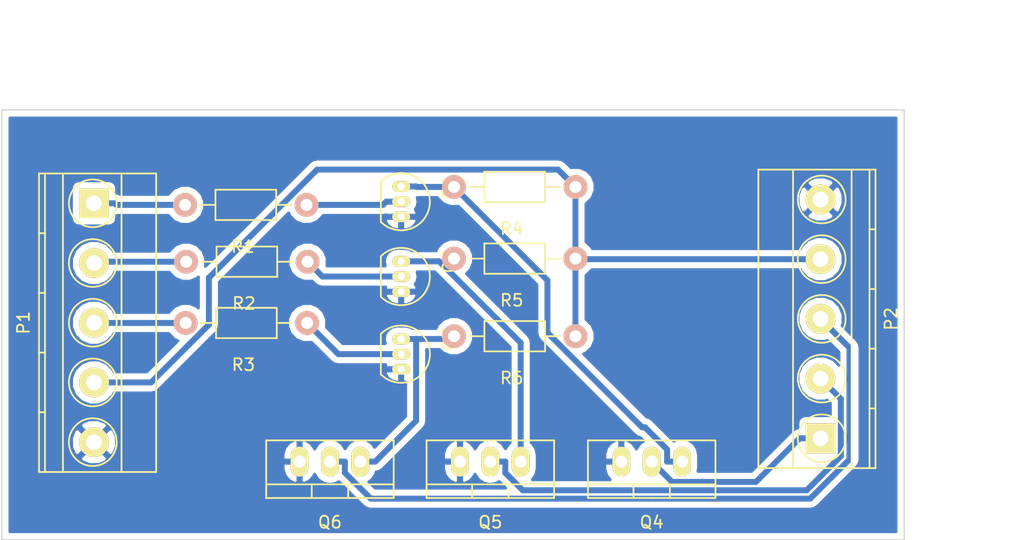
<source format=kicad_pcb>
(kicad_pcb (version 4) (host pcbnew 4.0.1-stable)

  (general
    (links 26)
    (no_connects 0)
    (area 109.949999 69.949999 185.550001 106.050001)
    (thickness 1.6)
    (drawings 6)
    (tracks 64)
    (zones 0)
    (modules 14)
    (nets 15)
  )

  (page A4)
  (layers
    (0 F.Cu signal)
    (31 B.Cu signal)
    (33 F.Adhes user)
    (35 F.Paste user)
    (37 F.SilkS user)
    (39 F.Mask user)
    (40 Dwgs.User user)
    (41 Cmts.User user)
    (42 Eco1.User user)
    (43 Eco2.User user)
    (44 Edge.Cuts user)
    (45 Margin user)
    (47 F.CrtYd user)
    (49 F.Fab user)
  )

  (setup
    (last_trace_width 0.5)
    (trace_clearance 0.2)
    (zone_clearance 0.508)
    (zone_45_only no)
    (trace_min 0.2)
    (segment_width 0.2)
    (edge_width 0.1)
    (via_size 0.6)
    (via_drill 0.4)
    (via_min_size 0.4)
    (via_min_drill 0.3)
    (uvia_size 0.3)
    (uvia_drill 0.1)
    (uvias_allowed no)
    (uvia_min_size 0.2)
    (uvia_min_drill 0.1)
    (pcb_text_width 0.3)
    (pcb_text_size 1.5 1.5)
    (mod_edge_width 0.15)
    (mod_text_size 1 1)
    (mod_text_width 0.15)
    (pad_size 1.5 1.5)
    (pad_drill 0.6)
    (pad_to_mask_clearance 0)
    (aux_axis_origin 0 0)
    (visible_elements 7FFFFFFF)
    (pcbplotparams
      (layerselection 0x00020_80000001)
      (usegerberextensions false)
      (excludeedgelayer true)
      (linewidth 0.100000)
      (plotframeref false)
      (viasonmask false)
      (mode 1)
      (useauxorigin false)
      (hpglpennumber 1)
      (hpglpenspeed 20)
      (hpglpendiameter 15)
      (hpglpenoverlay 2)
      (psnegative false)
      (psa4output false)
      (plotreference true)
      (plotvalue true)
      (plotinvisibletext false)
      (padsonsilk false)
      (subtractmaskfromsilk false)
      (outputformat 1)
      (mirror false)
      (drillshape 0)
      (scaleselection 1)
      (outputdirectory ""))
  )

  (net 0 "")
  (net 1 GND)
  (net 2 12VCD)
  (net 3 B_IN)
  (net 4 R_IN)
  (net 5 G_IN)
  (net 6 B_OUT)
  (net 7 R_OUT)
  (net 8 G_OUT)
  (net 9 "Net-(Q1-Pad2)")
  (net 10 "Net-(Q1-Pad1)")
  (net 11 "Net-(Q2-Pad2)")
  (net 12 "Net-(Q2-Pad1)")
  (net 13 "Net-(Q3-Pad2)")
  (net 14 "Net-(Q3-Pad1)")

  (net_class Default "Este es el tipo de red por defecto."
    (clearance 0.2)
    (trace_width 0.5)
    (via_dia 0.6)
    (via_drill 0.4)
    (uvia_dia 0.3)
    (uvia_drill 0.1)
    (add_net 12VCD)
    (add_net B_IN)
    (add_net B_OUT)
    (add_net GND)
    (add_net G_IN)
    (add_net G_OUT)
    (add_net "Net-(Q1-Pad1)")
    (add_net "Net-(Q1-Pad2)")
    (add_net "Net-(Q2-Pad1)")
    (add_net "Net-(Q2-Pad2)")
    (add_net "Net-(Q3-Pad1)")
    (add_net "Net-(Q3-Pad2)")
    (add_net R_IN)
    (add_net R_OUT)
  )

  (module Terminal_Blocks:TerminalBlock_Pheonix_MKDS1.5-5pol (layer F.Cu) (tedit 5630087B) (tstamp 568D8ECE)
    (at 117.715 77.8229 270)
    (descr "5-way 5mm pitch terminal block, Phoenix MKDS series")
    (path /568D5490)
    (fp_text reference P1 (at 10 5.9 270) (layer F.SilkS)
      (effects (font (size 1 1) (thickness 0.15)))
    )
    (fp_text value INPUT (at 10 -6.6 270) (layer F.Fab)
      (effects (font (size 1 1) (thickness 0.15)))
    )
    (fp_line (start -2.7 4.8) (end 22.7 4.8) (layer F.CrtYd) (width 0.05))
    (fp_line (start -2.7 -5.4) (end -2.7 4.8) (layer F.CrtYd) (width 0.05))
    (fp_line (start 22.7 -5.4) (end -2.7 -5.4) (layer F.CrtYd) (width 0.05))
    (fp_line (start 22.7 4.8) (end 22.7 -5.4) (layer F.CrtYd) (width 0.05))
    (fp_line (start 17.5 4.1) (end 17.5 4.6) (layer F.SilkS) (width 0.15))
    (fp_circle (center 20 0.1) (end 18 0.1) (layer F.SilkS) (width 0.15))
    (fp_line (start 12.5 4.1) (end 12.5 4.6) (layer F.SilkS) (width 0.15))
    (fp_circle (center 15 0.1) (end 13 0.1) (layer F.SilkS) (width 0.15))
    (fp_circle (center 10 0.1) (end 8 0.1) (layer F.SilkS) (width 0.15))
    (fp_line (start 7.5 4.1) (end 7.5 4.6) (layer F.SilkS) (width 0.15))
    (fp_line (start 2.5 4.1) (end 2.5 4.6) (layer F.SilkS) (width 0.15))
    (fp_circle (center 5 0.1) (end 3 0.1) (layer F.SilkS) (width 0.15))
    (fp_circle (center 0 0.1) (end 2 0.1) (layer F.SilkS) (width 0.15))
    (fp_line (start -2.5 2.6) (end 22.5 2.6) (layer F.SilkS) (width 0.15))
    (fp_line (start -2.5 -2.3) (end 22.5 -2.3) (layer F.SilkS) (width 0.15))
    (fp_line (start -2.5 4.1) (end 22.5 4.1) (layer F.SilkS) (width 0.15))
    (fp_line (start -2.5 4.6) (end 22.5 4.6) (layer F.SilkS) (width 0.15))
    (fp_line (start 22.5 4.6) (end 22.5 -5.2) (layer F.SilkS) (width 0.15))
    (fp_line (start 22.5 -5.2) (end -2.5 -5.2) (layer F.SilkS) (width 0.15))
    (fp_line (start -2.5 -5.2) (end -2.5 4.6) (layer F.SilkS) (width 0.15))
    (pad 5 thru_hole circle (at 20 0 270) (size 2.5 2.5) (drill 1.3) (layers *.Cu *.Mask F.SilkS)
      (net 1 GND))
    (pad 4 thru_hole circle (at 15 0 270) (size 2.5 2.5) (drill 1.3) (layers *.Cu *.Mask F.SilkS)
      (net 2 12VCD))
    (pad 3 thru_hole circle (at 10 0 270) (size 2.5 2.5) (drill 1.3) (layers *.Cu *.Mask F.SilkS)
      (net 3 B_IN))
    (pad 1 thru_hole rect (at 0 0 270) (size 2.5 2.5) (drill 1.3) (layers *.Cu *.Mask F.SilkS)
      (net 4 R_IN))
    (pad 2 thru_hole circle (at 5 0 270) (size 2.5 2.5) (drill 1.3) (layers *.Cu *.Mask F.SilkS)
      (net 5 G_IN))
    (model Terminal_Blocks.3dshapes/TerminalBlock_Pheonix_MKDS1.5-5pol.wrl
      (at (xyz 0.3937 0 0))
      (scale (xyz 1 1 1))
      (rotate (xyz 0 0 0))
    )
  )

  (module Terminal_Blocks:TerminalBlock_Pheonix_MKDS1.5-5pol (layer F.Cu) (tedit 5630087B) (tstamp 568D8ED7)
    (at 178.5 97.5 90)
    (descr "5-way 5mm pitch terminal block, Phoenix MKDS series")
    (path /568D5F65)
    (fp_text reference P2 (at 10 5.9 90) (layer F.SilkS)
      (effects (font (size 1 1) (thickness 0.15)))
    )
    (fp_text value OUTPUT (at 10 -6.6 90) (layer F.Fab)
      (effects (font (size 1 1) (thickness 0.15)))
    )
    (fp_line (start -2.7 4.8) (end 22.7 4.8) (layer F.CrtYd) (width 0.05))
    (fp_line (start -2.7 -5.4) (end -2.7 4.8) (layer F.CrtYd) (width 0.05))
    (fp_line (start 22.7 -5.4) (end -2.7 -5.4) (layer F.CrtYd) (width 0.05))
    (fp_line (start 22.7 4.8) (end 22.7 -5.4) (layer F.CrtYd) (width 0.05))
    (fp_line (start 17.5 4.1) (end 17.5 4.6) (layer F.SilkS) (width 0.15))
    (fp_circle (center 20 0.1) (end 18 0.1) (layer F.SilkS) (width 0.15))
    (fp_line (start 12.5 4.1) (end 12.5 4.6) (layer F.SilkS) (width 0.15))
    (fp_circle (center 15 0.1) (end 13 0.1) (layer F.SilkS) (width 0.15))
    (fp_circle (center 10 0.1) (end 8 0.1) (layer F.SilkS) (width 0.15))
    (fp_line (start 7.5 4.1) (end 7.5 4.6) (layer F.SilkS) (width 0.15))
    (fp_line (start 2.5 4.1) (end 2.5 4.6) (layer F.SilkS) (width 0.15))
    (fp_circle (center 5 0.1) (end 3 0.1) (layer F.SilkS) (width 0.15))
    (fp_circle (center 0 0.1) (end 2 0.1) (layer F.SilkS) (width 0.15))
    (fp_line (start -2.5 2.6) (end 22.5 2.6) (layer F.SilkS) (width 0.15))
    (fp_line (start -2.5 -2.3) (end 22.5 -2.3) (layer F.SilkS) (width 0.15))
    (fp_line (start -2.5 4.1) (end 22.5 4.1) (layer F.SilkS) (width 0.15))
    (fp_line (start -2.5 4.6) (end 22.5 4.6) (layer F.SilkS) (width 0.15))
    (fp_line (start 22.5 4.6) (end 22.5 -5.2) (layer F.SilkS) (width 0.15))
    (fp_line (start 22.5 -5.2) (end -2.5 -5.2) (layer F.SilkS) (width 0.15))
    (fp_line (start -2.5 -5.2) (end -2.5 4.6) (layer F.SilkS) (width 0.15))
    (pad 5 thru_hole circle (at 20 0 90) (size 2.5 2.5) (drill 1.3) (layers *.Cu *.Mask F.SilkS)
      (net 1 GND))
    (pad 4 thru_hole circle (at 15 0 90) (size 2.5 2.5) (drill 1.3) (layers *.Cu *.Mask F.SilkS)
      (net 2 12VCD))
    (pad 3 thru_hole circle (at 10 0 90) (size 2.5 2.5) (drill 1.3) (layers *.Cu *.Mask F.SilkS)
      (net 6 B_OUT))
    (pad 1 thru_hole rect (at 0 0 90) (size 2.5 2.5) (drill 1.3) (layers *.Cu *.Mask F.SilkS)
      (net 7 R_OUT))
    (pad 2 thru_hole circle (at 5 0 90) (size 2.5 2.5) (drill 1.3) (layers *.Cu *.Mask F.SilkS)
      (net 8 G_OUT))
    (model Terminal_Blocks.3dshapes/TerminalBlock_Pheonix_MKDS1.5-5pol.wrl
      (at (xyz 0.3937 0 0))
      (scale (xyz 1 1 1))
      (rotate (xyz 0 0 0))
    )
  )

  (module TO_SOT_Packages_THT:TO-92_Inline_Narrow_Oval (layer F.Cu) (tedit 54F24281) (tstamp 568D8EDE)
    (at 143.415 76.4129 270)
    (descr "TO-92 leads in-line, narrow, oval pads, drill 0.6mm (see NXP sot054_po.pdf)")
    (tags "to-92 sc-43 sc-43a sot54 PA33 transistor")
    (path /568D2EA8)
    (fp_text reference Q1 (at 0 -4 270) (layer F.SilkS)
      (effects (font (size 1 1) (thickness 0.15)))
    )
    (fp_text value BC548 (at 0 3 270) (layer F.Fab)
      (effects (font (size 1 1) (thickness 0.15)))
    )
    (fp_line (start -1.4 1.95) (end -1.4 -2.65) (layer F.CrtYd) (width 0.05))
    (fp_line (start -1.4 1.95) (end 3.95 1.95) (layer F.CrtYd) (width 0.05))
    (fp_line (start -0.43 1.7) (end 2.97 1.7) (layer F.SilkS) (width 0.15))
    (fp_arc (start 1.27 0) (end 1.27 -2.4) (angle -135) (layer F.SilkS) (width 0.15))
    (fp_arc (start 1.27 0) (end 1.27 -2.4) (angle 135) (layer F.SilkS) (width 0.15))
    (fp_line (start -1.4 -2.65) (end 3.95 -2.65) (layer F.CrtYd) (width 0.05))
    (fp_line (start 3.95 1.95) (end 3.95 -2.65) (layer F.CrtYd) (width 0.05))
    (pad 2 thru_hole oval (at 1.27 0 90) (size 0.89916 1.50114) (drill 0.6) (layers *.Cu *.Mask F.SilkS)
      (net 9 "Net-(Q1-Pad2)"))
    (pad 3 thru_hole oval (at 2.54 0 90) (size 0.89916 1.50114) (drill 0.6) (layers *.Cu *.Mask F.SilkS)
      (net 1 GND))
    (pad 1 thru_hole oval (at 0 0 90) (size 0.89916 1.50114) (drill 0.6) (layers *.Cu *.Mask F.SilkS)
      (net 10 "Net-(Q1-Pad1)"))
    (model TO_SOT_Packages_THT.3dshapes/TO-92_Inline_Narrow_Oval.wrl
      (at (xyz 0.05 0 0))
      (scale (xyz 1 1 1))
      (rotate (xyz 0 0 -90))
    )
  )

  (module TO_SOT_Packages_THT:TO-92_Inline_Narrow_Oval (layer F.Cu) (tedit 54F24281) (tstamp 568D8EE5)
    (at 143.415 82.6829 270)
    (descr "TO-92 leads in-line, narrow, oval pads, drill 0.6mm (see NXP sot054_po.pdf)")
    (tags "to-92 sc-43 sc-43a sot54 PA33 transistor")
    (path /568D64ED)
    (fp_text reference Q2 (at 0 -4 270) (layer F.SilkS)
      (effects (font (size 1 1) (thickness 0.15)))
    )
    (fp_text value BC548 (at 0 3 270) (layer F.Fab)
      (effects (font (size 1 1) (thickness 0.15)))
    )
    (fp_line (start -1.4 1.95) (end -1.4 -2.65) (layer F.CrtYd) (width 0.05))
    (fp_line (start -1.4 1.95) (end 3.95 1.95) (layer F.CrtYd) (width 0.05))
    (fp_line (start -0.43 1.7) (end 2.97 1.7) (layer F.SilkS) (width 0.15))
    (fp_arc (start 1.27 0) (end 1.27 -2.4) (angle -135) (layer F.SilkS) (width 0.15))
    (fp_arc (start 1.27 0) (end 1.27 -2.4) (angle 135) (layer F.SilkS) (width 0.15))
    (fp_line (start -1.4 -2.65) (end 3.95 -2.65) (layer F.CrtYd) (width 0.05))
    (fp_line (start 3.95 1.95) (end 3.95 -2.65) (layer F.CrtYd) (width 0.05))
    (pad 2 thru_hole oval (at 1.27 0 90) (size 0.89916 1.50114) (drill 0.6) (layers *.Cu *.Mask F.SilkS)
      (net 11 "Net-(Q2-Pad2)"))
    (pad 3 thru_hole oval (at 2.54 0 90) (size 0.89916 1.50114) (drill 0.6) (layers *.Cu *.Mask F.SilkS)
      (net 1 GND))
    (pad 1 thru_hole oval (at 0 0 90) (size 0.89916 1.50114) (drill 0.6) (layers *.Cu *.Mask F.SilkS)
      (net 12 "Net-(Q2-Pad1)"))
    (model TO_SOT_Packages_THT.3dshapes/TO-92_Inline_Narrow_Oval.wrl
      (at (xyz 0.05 0 0))
      (scale (xyz 1 1 1))
      (rotate (xyz 0 0 -90))
    )
  )

  (module TO_SOT_Packages_THT:TO-92_Inline_Narrow_Oval (layer F.Cu) (tedit 54F24281) (tstamp 568D8EEC)
    (at 143.415 89.1829 270)
    (descr "TO-92 leads in-line, narrow, oval pads, drill 0.6mm (see NXP sot054_po.pdf)")
    (tags "to-92 sc-43 sc-43a sot54 PA33 transistor")
    (path /568D6612)
    (fp_text reference Q3 (at 0 -4 270) (layer F.SilkS)
      (effects (font (size 1 1) (thickness 0.15)))
    )
    (fp_text value BC548 (at 0 3 270) (layer F.Fab)
      (effects (font (size 1 1) (thickness 0.15)))
    )
    (fp_line (start -1.4 1.95) (end -1.4 -2.65) (layer F.CrtYd) (width 0.05))
    (fp_line (start -1.4 1.95) (end 3.95 1.95) (layer F.CrtYd) (width 0.05))
    (fp_line (start -0.43 1.7) (end 2.97 1.7) (layer F.SilkS) (width 0.15))
    (fp_arc (start 1.27 0) (end 1.27 -2.4) (angle -135) (layer F.SilkS) (width 0.15))
    (fp_arc (start 1.27 0) (end 1.27 -2.4) (angle 135) (layer F.SilkS) (width 0.15))
    (fp_line (start -1.4 -2.65) (end 3.95 -2.65) (layer F.CrtYd) (width 0.05))
    (fp_line (start 3.95 1.95) (end 3.95 -2.65) (layer F.CrtYd) (width 0.05))
    (pad 2 thru_hole oval (at 1.27 0 90) (size 0.89916 1.50114) (drill 0.6) (layers *.Cu *.Mask F.SilkS)
      (net 13 "Net-(Q3-Pad2)"))
    (pad 3 thru_hole oval (at 2.54 0 90) (size 0.89916 1.50114) (drill 0.6) (layers *.Cu *.Mask F.SilkS)
      (net 1 GND))
    (pad 1 thru_hole oval (at 0 0 90) (size 0.89916 1.50114) (drill 0.6) (layers *.Cu *.Mask F.SilkS)
      (net 14 "Net-(Q3-Pad1)"))
    (model TO_SOT_Packages_THT.3dshapes/TO-92_Inline_Narrow_Oval.wrl
      (at (xyz 0.05 0 0))
      (scale (xyz 1 1 1))
      (rotate (xyz 0 0 -90))
    )
  )

  (module TO_SOT_Packages_THT:TO-220_Neutral123_Vertical (layer F.Cu) (tedit 0) (tstamp 568D8EF3)
    (at 164.375 99.4529 180)
    (descr "TO-220, Neutral, Vertical,")
    (tags "TO-220, Neutral, Vertical,")
    (path /568D2EB1)
    (fp_text reference Q4 (at 0 -5.08 180) (layer F.SilkS)
      (effects (font (size 1 1) (thickness 0.15)))
    )
    (fp_text value IRF540N (at 0 3.81 180) (layer F.Fab)
      (effects (font (size 1 1) (thickness 0.15)))
    )
    (fp_line (start -1.524 -3.048) (end -1.524 -1.905) (layer F.SilkS) (width 0.15))
    (fp_line (start 1.524 -3.048) (end 1.524 -1.905) (layer F.SilkS) (width 0.15))
    (fp_line (start 5.334 -1.905) (end 5.334 1.778) (layer F.SilkS) (width 0.15))
    (fp_line (start 5.334 1.778) (end -5.334 1.778) (layer F.SilkS) (width 0.15))
    (fp_line (start -5.334 1.778) (end -5.334 -1.905) (layer F.SilkS) (width 0.15))
    (fp_line (start 5.334 -3.048) (end 5.334 -1.905) (layer F.SilkS) (width 0.15))
    (fp_line (start 5.334 -1.905) (end -5.334 -1.905) (layer F.SilkS) (width 0.15))
    (fp_line (start -5.334 -1.905) (end -5.334 -3.048) (layer F.SilkS) (width 0.15))
    (fp_line (start 0 -3.048) (end -5.334 -3.048) (layer F.SilkS) (width 0.15))
    (fp_line (start 0 -3.048) (end 5.334 -3.048) (layer F.SilkS) (width 0.15))
    (pad 2 thru_hole oval (at 0 0 270) (size 2.49936 1.50114) (drill 1.00076) (layers *.Cu *.Mask F.SilkS)
      (net 7 R_OUT))
    (pad 1 thru_hole oval (at -2.54 0 270) (size 2.49936 1.50114) (drill 1.00076) (layers *.Cu *.Mask F.SilkS)
      (net 10 "Net-(Q1-Pad1)"))
    (pad 3 thru_hole oval (at 2.54 0 270) (size 2.49936 1.50114) (drill 1.00076) (layers *.Cu *.Mask F.SilkS)
      (net 1 GND))
    (model TO_SOT_Packages_THT.3dshapes/TO-220_Neutral123_Vertical.wrl
      (at (xyz 0 0 0))
      (scale (xyz 0.3937 0.3937 0.3937))
      (rotate (xyz 0 0 0))
    )
  )

  (module TO_SOT_Packages_THT:TO-220_Neutral123_Vertical (layer F.Cu) (tedit 0) (tstamp 568D8EFA)
    (at 150.875 99.4529 180)
    (descr "TO-220, Neutral, Vertical,")
    (tags "TO-220, Neutral, Vertical,")
    (path /568D6506)
    (fp_text reference Q5 (at 0 -5.08 180) (layer F.SilkS)
      (effects (font (size 1 1) (thickness 0.15)))
    )
    (fp_text value IRF540N (at 0 3.81 180) (layer F.Fab)
      (effects (font (size 1 1) (thickness 0.15)))
    )
    (fp_line (start -1.524 -3.048) (end -1.524 -1.905) (layer F.SilkS) (width 0.15))
    (fp_line (start 1.524 -3.048) (end 1.524 -1.905) (layer F.SilkS) (width 0.15))
    (fp_line (start 5.334 -1.905) (end 5.334 1.778) (layer F.SilkS) (width 0.15))
    (fp_line (start 5.334 1.778) (end -5.334 1.778) (layer F.SilkS) (width 0.15))
    (fp_line (start -5.334 1.778) (end -5.334 -1.905) (layer F.SilkS) (width 0.15))
    (fp_line (start 5.334 -3.048) (end 5.334 -1.905) (layer F.SilkS) (width 0.15))
    (fp_line (start 5.334 -1.905) (end -5.334 -1.905) (layer F.SilkS) (width 0.15))
    (fp_line (start -5.334 -1.905) (end -5.334 -3.048) (layer F.SilkS) (width 0.15))
    (fp_line (start 0 -3.048) (end -5.334 -3.048) (layer F.SilkS) (width 0.15))
    (fp_line (start 0 -3.048) (end 5.334 -3.048) (layer F.SilkS) (width 0.15))
    (pad 2 thru_hole oval (at 0 0 270) (size 2.49936 1.50114) (drill 1.00076) (layers *.Cu *.Mask F.SilkS)
      (net 8 G_OUT))
    (pad 1 thru_hole oval (at -2.54 0 270) (size 2.49936 1.50114) (drill 1.00076) (layers *.Cu *.Mask F.SilkS)
      (net 12 "Net-(Q2-Pad1)"))
    (pad 3 thru_hole oval (at 2.54 0 270) (size 2.49936 1.50114) (drill 1.00076) (layers *.Cu *.Mask F.SilkS)
      (net 1 GND))
    (model TO_SOT_Packages_THT.3dshapes/TO-220_Neutral123_Vertical.wrl
      (at (xyz 0 0 0))
      (scale (xyz 0.3937 0.3937 0.3937))
      (rotate (xyz 0 0 0))
    )
  )

  (module TO_SOT_Packages_THT:TO-220_Neutral123_Vertical (layer F.Cu) (tedit 0) (tstamp 568D8F01)
    (at 137.455 99.4529 180)
    (descr "TO-220, Neutral, Vertical,")
    (tags "TO-220, Neutral, Vertical,")
    (path /568D662B)
    (fp_text reference Q6 (at 0 -5.08 180) (layer F.SilkS)
      (effects (font (size 1 1) (thickness 0.15)))
    )
    (fp_text value IRF540N (at 0 3.81 180) (layer F.Fab)
      (effects (font (size 1 1) (thickness 0.15)))
    )
    (fp_line (start -1.524 -3.048) (end -1.524 -1.905) (layer F.SilkS) (width 0.15))
    (fp_line (start 1.524 -3.048) (end 1.524 -1.905) (layer F.SilkS) (width 0.15))
    (fp_line (start 5.334 -1.905) (end 5.334 1.778) (layer F.SilkS) (width 0.15))
    (fp_line (start 5.334 1.778) (end -5.334 1.778) (layer F.SilkS) (width 0.15))
    (fp_line (start -5.334 1.778) (end -5.334 -1.905) (layer F.SilkS) (width 0.15))
    (fp_line (start 5.334 -3.048) (end 5.334 -1.905) (layer F.SilkS) (width 0.15))
    (fp_line (start 5.334 -1.905) (end -5.334 -1.905) (layer F.SilkS) (width 0.15))
    (fp_line (start -5.334 -1.905) (end -5.334 -3.048) (layer F.SilkS) (width 0.15))
    (fp_line (start 0 -3.048) (end -5.334 -3.048) (layer F.SilkS) (width 0.15))
    (fp_line (start 0 -3.048) (end 5.334 -3.048) (layer F.SilkS) (width 0.15))
    (pad 2 thru_hole oval (at 0 0 270) (size 2.49936 1.50114) (drill 1.00076) (layers *.Cu *.Mask F.SilkS)
      (net 6 B_OUT))
    (pad 1 thru_hole oval (at -2.54 0 270) (size 2.49936 1.50114) (drill 1.00076) (layers *.Cu *.Mask F.SilkS)
      (net 14 "Net-(Q3-Pad1)"))
    (pad 3 thru_hole oval (at 2.54 0 270) (size 2.49936 1.50114) (drill 1.00076) (layers *.Cu *.Mask F.SilkS)
      (net 1 GND))
    (model TO_SOT_Packages_THT.3dshapes/TO-220_Neutral123_Vertical.wrl
      (at (xyz 0 0 0))
      (scale (xyz 0.3937 0.3937 0.3937))
      (rotate (xyz 0 0 0))
    )
  )

  (module Resistors_ThroughHole:Resistor_Horizontal_RM10mm (layer F.Cu) (tedit 53F56209) (tstamp 568D8F07)
    (at 130.415 77.9529 180)
    (descr "Resistor, Axial,  RM 10mm, 1/3W,")
    (tags "Resistor, Axial, RM 10mm, 1/3W,")
    (path /568D2EA6)
    (fp_text reference R1 (at 0.24892 -3.50012 180) (layer F.SilkS)
      (effects (font (size 1 1) (thickness 0.15)))
    )
    (fp_text value 10K (at 3.81 3.81 180) (layer F.Fab)
      (effects (font (size 1 1) (thickness 0.15)))
    )
    (fp_line (start -2.54 -1.27) (end 2.54 -1.27) (layer F.SilkS) (width 0.15))
    (fp_line (start 2.54 -1.27) (end 2.54 1.27) (layer F.SilkS) (width 0.15))
    (fp_line (start 2.54 1.27) (end -2.54 1.27) (layer F.SilkS) (width 0.15))
    (fp_line (start -2.54 1.27) (end -2.54 -1.27) (layer F.SilkS) (width 0.15))
    (fp_line (start -2.54 0) (end -3.81 0) (layer F.SilkS) (width 0.15))
    (fp_line (start 2.54 0) (end 3.81 0) (layer F.SilkS) (width 0.15))
    (pad 1 thru_hole circle (at -5.08 0 180) (size 1.99898 1.99898) (drill 1.00076) (layers *.Cu *.SilkS *.Mask)
      (net 9 "Net-(Q1-Pad2)"))
    (pad 2 thru_hole circle (at 5.08 0 180) (size 1.99898 1.99898) (drill 1.00076) (layers *.Cu *.SilkS *.Mask)
      (net 4 R_IN))
    (model Resistors_ThroughHole.3dshapes/Resistor_Horizontal_RM10mm.wrl
      (at (xyz 0 0 0))
      (scale (xyz 0.4 0.4 0.4))
      (rotate (xyz 0 0 0))
    )
  )

  (module Resistors_ThroughHole:Resistor_Horizontal_RM10mm (layer F.Cu) (tedit 53F56209) (tstamp 568D8F0D)
    (at 130.505 82.7129 180)
    (descr "Resistor, Axial,  RM 10mm, 1/3W,")
    (tags "Resistor, Axial, RM 10mm, 1/3W,")
    (path /568D64DF)
    (fp_text reference R2 (at 0.24892 -3.50012 180) (layer F.SilkS)
      (effects (font (size 1 1) (thickness 0.15)))
    )
    (fp_text value 10K (at 3.81 3.81 180) (layer F.Fab)
      (effects (font (size 1 1) (thickness 0.15)))
    )
    (fp_line (start -2.54 -1.27) (end 2.54 -1.27) (layer F.SilkS) (width 0.15))
    (fp_line (start 2.54 -1.27) (end 2.54 1.27) (layer F.SilkS) (width 0.15))
    (fp_line (start 2.54 1.27) (end -2.54 1.27) (layer F.SilkS) (width 0.15))
    (fp_line (start -2.54 1.27) (end -2.54 -1.27) (layer F.SilkS) (width 0.15))
    (fp_line (start -2.54 0) (end -3.81 0) (layer F.SilkS) (width 0.15))
    (fp_line (start 2.54 0) (end 3.81 0) (layer F.SilkS) (width 0.15))
    (pad 1 thru_hole circle (at -5.08 0 180) (size 1.99898 1.99898) (drill 1.00076) (layers *.Cu *.SilkS *.Mask)
      (net 11 "Net-(Q2-Pad2)"))
    (pad 2 thru_hole circle (at 5.08 0 180) (size 1.99898 1.99898) (drill 1.00076) (layers *.Cu *.SilkS *.Mask)
      (net 5 G_IN))
    (model Resistors_ThroughHole.3dshapes/Resistor_Horizontal_RM10mm.wrl
      (at (xyz 0 0 0))
      (scale (xyz 0.4 0.4 0.4))
      (rotate (xyz 0 0 0))
    )
  )

  (module Resistors_ThroughHole:Resistor_Horizontal_RM10mm (layer F.Cu) (tedit 53F56209) (tstamp 568D8F13)
    (at 130.465 87.8429 180)
    (descr "Resistor, Axial,  RM 10mm, 1/3W,")
    (tags "Resistor, Axial, RM 10mm, 1/3W,")
    (path /568D6604)
    (fp_text reference R3 (at 0.24892 -3.50012 180) (layer F.SilkS)
      (effects (font (size 1 1) (thickness 0.15)))
    )
    (fp_text value 10K (at 3.81 3.81 180) (layer F.Fab)
      (effects (font (size 1 1) (thickness 0.15)))
    )
    (fp_line (start -2.54 -1.27) (end 2.54 -1.27) (layer F.SilkS) (width 0.15))
    (fp_line (start 2.54 -1.27) (end 2.54 1.27) (layer F.SilkS) (width 0.15))
    (fp_line (start 2.54 1.27) (end -2.54 1.27) (layer F.SilkS) (width 0.15))
    (fp_line (start -2.54 1.27) (end -2.54 -1.27) (layer F.SilkS) (width 0.15))
    (fp_line (start -2.54 0) (end -3.81 0) (layer F.SilkS) (width 0.15))
    (fp_line (start 2.54 0) (end 3.81 0) (layer F.SilkS) (width 0.15))
    (pad 1 thru_hole circle (at -5.08 0 180) (size 1.99898 1.99898) (drill 1.00076) (layers *.Cu *.SilkS *.Mask)
      (net 13 "Net-(Q3-Pad2)"))
    (pad 2 thru_hole circle (at 5.08 0 180) (size 1.99898 1.99898) (drill 1.00076) (layers *.Cu *.SilkS *.Mask)
      (net 3 B_IN))
    (model Resistors_ThroughHole.3dshapes/Resistor_Horizontal_RM10mm.wrl
      (at (xyz 0 0 0))
      (scale (xyz 0.4 0.4 0.4))
      (rotate (xyz 0 0 0))
    )
  )

  (module Resistors_ThroughHole:Resistor_Horizontal_RM10mm (layer F.Cu) (tedit 53F56209) (tstamp 568D8F19)
    (at 152.915 76.4529 180)
    (descr "Resistor, Axial,  RM 10mm, 1/3W,")
    (tags "Resistor, Axial, RM 10mm, 1/3W,")
    (path /568D2EA7)
    (fp_text reference R4 (at 0.24892 -3.50012 180) (layer F.SilkS)
      (effects (font (size 1 1) (thickness 0.15)))
    )
    (fp_text value 10K (at 3.81 3.81 180) (layer F.Fab)
      (effects (font (size 1 1) (thickness 0.15)))
    )
    (fp_line (start -2.54 -1.27) (end 2.54 -1.27) (layer F.SilkS) (width 0.15))
    (fp_line (start 2.54 -1.27) (end 2.54 1.27) (layer F.SilkS) (width 0.15))
    (fp_line (start 2.54 1.27) (end -2.54 1.27) (layer F.SilkS) (width 0.15))
    (fp_line (start -2.54 1.27) (end -2.54 -1.27) (layer F.SilkS) (width 0.15))
    (fp_line (start -2.54 0) (end -3.81 0) (layer F.SilkS) (width 0.15))
    (fp_line (start 2.54 0) (end 3.81 0) (layer F.SilkS) (width 0.15))
    (pad 1 thru_hole circle (at -5.08 0 180) (size 1.99898 1.99898) (drill 1.00076) (layers *.Cu *.SilkS *.Mask)
      (net 2 12VCD))
    (pad 2 thru_hole circle (at 5.08 0 180) (size 1.99898 1.99898) (drill 1.00076) (layers *.Cu *.SilkS *.Mask)
      (net 10 "Net-(Q1-Pad1)"))
    (model Resistors_ThroughHole.3dshapes/Resistor_Horizontal_RM10mm.wrl
      (at (xyz 0 0 0))
      (scale (xyz 0.4 0.4 0.4))
      (rotate (xyz 0 0 0))
    )
  )

  (module Resistors_ThroughHole:Resistor_Horizontal_RM10mm (layer F.Cu) (tedit 53F56209) (tstamp 568D8F1F)
    (at 152.915 82.4529 180)
    (descr "Resistor, Axial,  RM 10mm, 1/3W,")
    (tags "Resistor, Axial, RM 10mm, 1/3W,")
    (path /568D64E6)
    (fp_text reference R5 (at 0.24892 -3.50012 180) (layer F.SilkS)
      (effects (font (size 1 1) (thickness 0.15)))
    )
    (fp_text value 10K (at 3.81 3.81 180) (layer F.Fab)
      (effects (font (size 1 1) (thickness 0.15)))
    )
    (fp_line (start -2.54 -1.27) (end 2.54 -1.27) (layer F.SilkS) (width 0.15))
    (fp_line (start 2.54 -1.27) (end 2.54 1.27) (layer F.SilkS) (width 0.15))
    (fp_line (start 2.54 1.27) (end -2.54 1.27) (layer F.SilkS) (width 0.15))
    (fp_line (start -2.54 1.27) (end -2.54 -1.27) (layer F.SilkS) (width 0.15))
    (fp_line (start -2.54 0) (end -3.81 0) (layer F.SilkS) (width 0.15))
    (fp_line (start 2.54 0) (end 3.81 0) (layer F.SilkS) (width 0.15))
    (pad 1 thru_hole circle (at -5.08 0 180) (size 1.99898 1.99898) (drill 1.00076) (layers *.Cu *.SilkS *.Mask)
      (net 2 12VCD))
    (pad 2 thru_hole circle (at 5.08 0 180) (size 1.99898 1.99898) (drill 1.00076) (layers *.Cu *.SilkS *.Mask)
      (net 12 "Net-(Q2-Pad1)"))
    (model Resistors_ThroughHole.3dshapes/Resistor_Horizontal_RM10mm.wrl
      (at (xyz 0 0 0))
      (scale (xyz 0.4 0.4 0.4))
      (rotate (xyz 0 0 0))
    )
  )

  (module Resistors_ThroughHole:Resistor_Horizontal_RM10mm (layer F.Cu) (tedit 53F56209) (tstamp 568D8F25)
    (at 152.915 88.9529 180)
    (descr "Resistor, Axial,  RM 10mm, 1/3W,")
    (tags "Resistor, Axial, RM 10mm, 1/3W,")
    (path /568D660B)
    (fp_text reference R6 (at 0.24892 -3.50012 180) (layer F.SilkS)
      (effects (font (size 1 1) (thickness 0.15)))
    )
    (fp_text value 10K (at 3.81 3.81 180) (layer F.Fab)
      (effects (font (size 1 1) (thickness 0.15)))
    )
    (fp_line (start -2.54 -1.27) (end 2.54 -1.27) (layer F.SilkS) (width 0.15))
    (fp_line (start 2.54 -1.27) (end 2.54 1.27) (layer F.SilkS) (width 0.15))
    (fp_line (start 2.54 1.27) (end -2.54 1.27) (layer F.SilkS) (width 0.15))
    (fp_line (start -2.54 1.27) (end -2.54 -1.27) (layer F.SilkS) (width 0.15))
    (fp_line (start -2.54 0) (end -3.81 0) (layer F.SilkS) (width 0.15))
    (fp_line (start 2.54 0) (end 3.81 0) (layer F.SilkS) (width 0.15))
    (pad 1 thru_hole circle (at -5.08 0 180) (size 1.99898 1.99898) (drill 1.00076) (layers *.Cu *.SilkS *.Mask)
      (net 2 12VCD))
    (pad 2 thru_hole circle (at 5.08 0 180) (size 1.99898 1.99898) (drill 1.00076) (layers *.Cu *.SilkS *.Mask)
      (net 14 "Net-(Q3-Pad1)"))
    (model Resistors_ThroughHole.3dshapes/Resistor_Horizontal_RM10mm.wrl
      (at (xyz 0 0 0))
      (scale (xyz 0.4 0.4 0.4))
      (rotate (xyz 0 0 0))
    )
  )

  (dimension 35.5 (width 0.3) (layer Eco2.User)
    (gr_text 35.500mm (at 192.85 87.75 270) (layer Eco2.User)
      (effects (font (size 1.5 1.5) (thickness 0.3)))
    )
    (feature1 (pts (xy 185.5 105.5) (xy 194.2 105.5)))
    (feature2 (pts (xy 185.5 70) (xy 194.2 70)))
    (crossbar (pts (xy 191.5 70) (xy 191.5 105.5)))
    (arrow1a (pts (xy 191.5 105.5) (xy 190.913579 104.373496)))
    (arrow1b (pts (xy 191.5 105.5) (xy 192.086421 104.373496)))
    (arrow2a (pts (xy 191.5 70) (xy 190.913579 71.126504)))
    (arrow2b (pts (xy 191.5 70) (xy 192.086421 71.126504)))
  )
  (dimension 75.5 (width 0.3) (layer Eco2.User)
    (gr_text 75.500mm (at 147.75 62.65) (layer Eco2.User)
      (effects (font (size 1.5 1.5) (thickness 0.3)))
    )
    (feature1 (pts (xy 185.5 68.5) (xy 185.5 61.3)))
    (feature2 (pts (xy 110 68.5) (xy 110 61.3)))
    (crossbar (pts (xy 110 64) (xy 185.5 64)))
    (arrow1a (pts (xy 185.5 64) (xy 184.373496 64.586421)))
    (arrow1b (pts (xy 185.5 64) (xy 184.373496 63.413579)))
    (arrow2a (pts (xy 110 64) (xy 111.126504 64.586421)))
    (arrow2b (pts (xy 110 64) (xy 111.126504 63.413579)))
  )
  (gr_line (start 110 106) (end 110 70) (layer Edge.Cuts) (width 0.1))
  (gr_line (start 185.5 106) (end 110 106) (layer Edge.Cuts) (width 0.1))
  (gr_line (start 185.5 70) (end 185.5 106) (layer Edge.Cuts) (width 0.1))
  (gr_line (start 110 70) (end 185.5 70) (layer Edge.Cuts) (width 0.1))

  (segment (start 157.995 82.5) (end 178.5 82.5) (width 0.5) (layer B.Cu) (net 2))
  (segment (start 157.995 88.9529) (end 157.995 82.5) (width 0.5) (layer B.Cu) (net 2))
  (segment (start 157.995 82.5) (end 157.995 82.4529) (width 0.5) (layer B.Cu) (net 2))
  (segment (start 157.995 82.4529) (end 157.995 76.4529) (width 0.5) (layer B.Cu) (net 2))
  (segment (start 122.4895 92.8229) (end 117.715 92.8229) (width 0.5) (layer B.Cu) (net 2))
  (segment (start 127.3272 87.9852) (end 122.4895 92.8229) (width 0.5) (layer B.Cu) (net 2))
  (segment (start 127.3272 84.0543) (end 127.3272 87.9852) (width 0.5) (layer B.Cu) (net 2))
  (segment (start 136.3825 74.999) (end 127.3272 84.0543) (width 0.5) (layer B.Cu) (net 2))
  (segment (start 156.5411 74.999) (end 136.3825 74.999) (width 0.5) (layer B.Cu) (net 2))
  (segment (start 157.995 76.4529) (end 156.5411 74.999) (width 0.5) (layer B.Cu) (net 2))
  (segment (start 117.735 87.8429) (end 117.715 87.8229) (width 0.5) (layer B.Cu) (net 3))
  (segment (start 125.385 87.8429) (end 117.735 87.8429) (width 0.5) (layer B.Cu) (net 3))
  (segment (start 119.595 77.9529) (end 119.465 77.8229) (width 0.5) (layer B.Cu) (net 4))
  (segment (start 125.335 77.9529) (end 119.595 77.9529) (width 0.5) (layer B.Cu) (net 4))
  (segment (start 117.715 77.8229) (end 119.465 77.8229) (width 0.5) (layer B.Cu) (net 4))
  (segment (start 117.825 82.7129) (end 117.715 82.8229) (width 0.5) (layer B.Cu) (net 5))
  (segment (start 125.425 82.7129) (end 117.825 82.7129) (width 0.5) (layer B.Cu) (net 5))
  (segment (start 180.9231 89.9231) (end 178.5 87.5) (width 0.5) (layer B.Cu) (net 6))
  (segment (start 180.9231 99.2665) (end 180.9231 89.9231) (width 0.5) (layer B.Cu) (net 6))
  (segment (start 177.6335 102.5561) (end 180.9231 99.2665) (width 0.5) (layer B.Cu) (net 6))
  (segment (start 140.8708 102.5561) (end 177.6335 102.5561) (width 0.5) (layer B.Cu) (net 6))
  (segment (start 138.7056 100.3909) (end 140.8708 102.5561) (width 0.5) (layer B.Cu) (net 6))
  (segment (start 138.7056 99.4529) (end 138.7056 100.3909) (width 0.5) (layer B.Cu) (net 6))
  (segment (start 137.455 99.4529) (end 138.7056 99.4529) (width 0.5) (layer B.Cu) (net 6))
  (segment (start 173.097 101.153) (end 176.75 97.5) (width 0.5) (layer B.Cu) (net 7))
  (segment (start 166.0751 101.153) (end 173.097 101.153) (width 0.5) (layer B.Cu) (net 7))
  (segment (start 164.375 99.4529) (end 166.0751 101.153) (width 0.5) (layer B.Cu) (net 7))
  (segment (start 178.5 97.5) (end 176.75 97.5) (width 0.5) (layer B.Cu) (net 7))
  (segment (start 180.2004 94.2004) (end 178.5 92.5) (width 0.5) (layer B.Cu) (net 8))
  (segment (start 180.2004 98.9987) (end 180.2004 94.2004) (width 0.5) (layer B.Cu) (net 8))
  (segment (start 177.3457 101.8534) (end 180.2004 98.9987) (width 0.5) (layer B.Cu) (net 8))
  (segment (start 153.5881 101.8534) (end 177.3457 101.8534) (width 0.5) (layer B.Cu) (net 8))
  (segment (start 152.1256 100.3909) (end 153.5881 101.8534) (width 0.5) (layer B.Cu) (net 8))
  (segment (start 152.1256 99.4529) (end 152.1256 100.3909) (width 0.5) (layer B.Cu) (net 8))
  (segment (start 150.875 99.4529) (end 152.1256 99.4529) (width 0.5) (layer B.Cu) (net 8))
  (segment (start 141.8944 77.9529) (end 142.1644 77.6829) (width 0.5) (layer B.Cu) (net 9))
  (segment (start 135.495 77.9529) (end 141.8944 77.9529) (width 0.5) (layer B.Cu) (net 9))
  (segment (start 143.415 77.6829) (end 142.1644 77.6829) (width 0.5) (layer B.Cu) (net 9))
  (segment (start 143.415 76.4129) (end 144.6656 76.4129) (width 0.5) (layer B.Cu) (net 10))
  (segment (start 166.915 99.4529) (end 165.6644 99.4529) (width 0.5) (layer B.Cu) (net 10))
  (segment (start 144.7056 76.4529) (end 144.6656 76.4129) (width 0.5) (layer B.Cu) (net 10))
  (segment (start 147.835 76.4529) (end 144.7056 76.4529) (width 0.5) (layer B.Cu) (net 10))
  (segment (start 165.6644 98.4355) (end 165.6644 99.4529) (width 0.5) (layer B.Cu) (net 10))
  (segment (start 163.8088 96.5799) (end 165.6644 98.4355) (width 0.5) (layer B.Cu) (net 10))
  (segment (start 163.5701 96.5799) (end 163.8088 96.5799) (width 0.5) (layer B.Cu) (net 10))
  (segment (start 155.6523 88.6621) (end 163.5701 96.5799) (width 0.5) (layer B.Cu) (net 10))
  (segment (start 155.6523 84.2702) (end 155.6523 88.6621) (width 0.5) (layer B.Cu) (net 10))
  (segment (start 147.835 76.4529) (end 155.6523 84.2702) (width 0.5) (layer B.Cu) (net 10))
  (segment (start 136.825 83.9529) (end 143.415 83.9529) (width 0.5) (layer B.Cu) (net 11))
  (segment (start 135.585 82.7129) (end 136.825 83.9529) (width 0.5) (layer B.Cu) (net 11))
  (segment (start 143.415 82.6829) (end 144.6656 82.6829) (width 0.5) (layer B.Cu) (net 12))
  (segment (start 147.835 82.4529) (end 147.1002 83.1877) (width 0.5) (layer B.Cu) (net 12))
  (segment (start 146.5953 82.6829) (end 147.1002 83.1877) (width 0.5) (layer B.Cu) (net 12))
  (segment (start 144.6656 82.6829) (end 146.5953 82.6829) (width 0.5) (layer B.Cu) (net 12))
  (segment (start 153.415 89.5026) (end 153.415 99.4529) (width 0.5) (layer B.Cu) (net 12))
  (segment (start 147.1002 83.1877) (end 153.415 89.5026) (width 0.5) (layer B.Cu) (net 12))
  (segment (start 138.155 90.4529) (end 143.415 90.4529) (width 0.5) (layer B.Cu) (net 13))
  (segment (start 135.545 87.8429) (end 138.155 90.4529) (width 0.5) (layer B.Cu) (net 13))
  (segment (start 143.415 89.1829) (end 144.6656 89.1829) (width 0.5) (layer B.Cu) (net 14))
  (segment (start 147.605 89.1829) (end 147.835 88.9529) (width 0.5) (layer B.Cu) (net 14))
  (segment (start 144.6656 89.1829) (end 147.605 89.1829) (width 0.5) (layer B.Cu) (net 14))
  (segment (start 139.995 99.4529) (end 141.2456 99.4529) (width 0.5) (layer B.Cu) (net 14))
  (segment (start 144.6656 96.0329) (end 144.6656 89.1829) (width 0.5) (layer B.Cu) (net 14))
  (segment (start 141.2456 99.4529) (end 144.6656 96.0329) (width 0.5) (layer B.Cu) (net 14))

  (zone (net 1) (net_name GND) (layer B.Cu) (tstamp 0) (hatch edge 0.508)
    (connect_pads (clearance 0.508))
    (min_thickness 0.254)
    (fill yes (arc_segments 16) (thermal_gap 0.508) (thermal_bridge_width 0.508))
    (polygon
      (pts
        (xy 110 70) (xy 185.5 70) (xy 185.5 106) (xy 110 106)
      )
    )
    (filled_polygon
      (pts
        (xy 184.815 105.315) (xy 110.685 105.315) (xy 110.685 99.15622) (xy 116.561285 99.15622) (xy 116.690533 99.449023)
        (xy 117.390806 99.717288) (xy 118.140435 99.69715) (xy 118.423501 99.5799) (xy 133.52943 99.5799) (xy 133.52943 100.07901)
        (xy 133.683501 100.599577) (xy 134.025056 101.021558) (xy 134.502097 101.28071) (xy 134.573725 101.294893) (xy 134.788 101.172239)
        (xy 134.788 99.5799) (xy 133.52943 99.5799) (xy 118.423501 99.5799) (xy 118.739467 99.449023) (xy 118.868715 99.15622)
        (xy 117.715 98.002505) (xy 116.561285 99.15622) (xy 110.685 99.15622) (xy 110.685 97.498706) (xy 115.820612 97.498706)
        (xy 115.84075 98.248335) (xy 116.088877 98.847367) (xy 116.38168 98.976615) (xy 117.535395 97.8229) (xy 117.894605 97.8229)
        (xy 119.04832 98.976615) (xy 119.341123 98.847367) (xy 119.349005 98.82679) (xy 133.52943 98.82679) (xy 133.52943 99.3259)
        (xy 134.788 99.3259) (xy 134.788 97.733561) (xy 134.573725 97.610907) (xy 134.502097 97.62509) (xy 134.025056 97.884242)
        (xy 133.683501 98.306223) (xy 133.52943 98.82679) (xy 119.349005 98.82679) (xy 119.609388 98.147094) (xy 119.58925 97.397465)
        (xy 119.341123 96.798433) (xy 119.04832 96.669185) (xy 117.894605 97.8229) (xy 117.535395 97.8229) (xy 116.38168 96.669185)
        (xy 116.088877 96.798433) (xy 115.820612 97.498706) (xy 110.685 97.498706) (xy 110.685 96.48958) (xy 116.561285 96.48958)
        (xy 117.715 97.643295) (xy 118.868715 96.48958) (xy 118.739467 96.196777) (xy 118.039194 95.928512) (xy 117.289565 95.94865)
        (xy 116.690533 96.196777) (xy 116.561285 96.48958) (xy 110.685 96.48958) (xy 110.685 83.196205) (xy 115.829674 83.196205)
        (xy 116.116043 83.889272) (xy 116.645839 84.419993) (xy 117.338405 84.707572) (xy 118.088305 84.708226) (xy 118.781372 84.421857)
        (xy 119.312093 83.892061) (xy 119.43424 83.5979) (xy 124.022153 83.5979) (xy 124.038538 83.637555) (xy 124.497927 84.097746)
        (xy 125.098453 84.347106) (xy 125.748694 84.347674) (xy 126.349655 84.099362) (xy 126.453944 83.995255) (xy 126.442199 84.0543)
        (xy 126.4422 84.054305) (xy 126.4422 86.588408) (xy 126.312073 86.458054) (xy 125.711547 86.208694) (xy 125.061306 86.208126)
        (xy 124.460345 86.456438) (xy 124.000154 86.915827) (xy 123.982684 86.9579) (xy 119.397162 86.9579) (xy 119.313957 86.756528)
        (xy 118.784161 86.225807) (xy 118.091595 85.938228) (xy 117.341695 85.937574) (xy 116.648628 86.223943) (xy 116.117907 86.753739)
        (xy 115.830328 87.446305) (xy 115.829674 88.196205) (xy 116.116043 88.889272) (xy 116.645839 89.419993) (xy 117.338405 89.707572)
        (xy 118.088305 89.708226) (xy 118.781372 89.421857) (xy 119.312093 88.892061) (xy 119.380259 88.7279) (xy 123.982153 88.7279)
        (xy 123.998538 88.767555) (xy 124.457927 89.227746) (xy 124.723005 89.337816) (xy 122.12292 91.9379) (xy 119.388898 91.9379)
        (xy 119.313957 91.756528) (xy 118.784161 91.225807) (xy 118.091595 90.938228) (xy 117.341695 90.937574) (xy 116.648628 91.223943)
        (xy 116.117907 91.753739) (xy 115.830328 92.446305) (xy 115.829674 93.196205) (xy 116.116043 93.889272) (xy 116.645839 94.419993)
        (xy 117.338405 94.707572) (xy 118.088305 94.708226) (xy 118.781372 94.421857) (xy 119.312093 93.892061) (xy 119.388563 93.7079)
        (xy 122.489495 93.7079) (xy 122.4895 93.707901) (xy 122.771984 93.65171) (xy 122.828175 93.640533) (xy 123.11529 93.44869)
        (xy 124.547144 92.016835) (xy 142.070019 92.016835) (xy 142.257294 92.400011) (xy 142.581627 92.67632) (xy 142.98701 92.80748)
        (xy 143.288 92.80748) (xy 143.288 91.8499) (xy 142.196932 91.8499) (xy 142.070019 92.016835) (xy 124.547144 92.016835)
        (xy 127.952987 88.610992) (xy 127.95299 88.61099) (xy 128.144833 88.323875) (xy 128.169574 88.199495) (xy 128.212201 87.9852)
        (xy 128.2122 87.985195) (xy 128.2122 85.516835) (xy 142.070019 85.516835) (xy 142.257294 85.900011) (xy 142.581627 86.17632)
        (xy 142.98701 86.30748) (xy 143.288 86.30748) (xy 143.288 85.3499) (xy 143.542 85.3499) (xy 143.542 86.30748)
        (xy 143.84299 86.30748) (xy 144.248373 86.17632) (xy 144.572706 85.900011) (xy 144.759981 85.516835) (xy 144.633068 85.3499)
        (xy 143.542 85.3499) (xy 143.288 85.3499) (xy 142.196932 85.3499) (xy 142.070019 85.516835) (xy 128.2122 85.516835)
        (xy 128.2122 84.42088) (xy 134.005323 78.627756) (xy 134.108538 78.877555) (xy 134.567927 79.337746) (xy 135.168453 79.587106)
        (xy 135.818694 79.587674) (xy 136.419655 79.339362) (xy 136.512343 79.246835) (xy 142.070019 79.246835) (xy 142.257294 79.630011)
        (xy 142.581627 79.90632) (xy 142.98701 80.03748) (xy 143.288 80.03748) (xy 143.288 79.0799) (xy 143.542 79.0799)
        (xy 143.542 80.03748) (xy 143.84299 80.03748) (xy 144.248373 79.90632) (xy 144.572706 79.630011) (xy 144.759981 79.246835)
        (xy 144.633068 79.0799) (xy 143.542 79.0799) (xy 143.288 79.0799) (xy 142.196932 79.0799) (xy 142.070019 79.246835)
        (xy 136.512343 79.246835) (xy 136.879846 78.879973) (xy 136.897316 78.8379) (xy 141.894395 78.8379) (xy 141.8944 78.837901)
        (xy 142.165116 78.784051) (xy 142.196932 78.8259) (xy 143.288 78.8259) (xy 143.288 78.8059) (xy 143.542 78.8059)
        (xy 143.542 78.8259) (xy 144.633068 78.8259) (xy 144.759981 78.658965) (xy 144.595359 78.322138) (xy 144.745156 78.097951)
        (xy 144.827715 77.6829) (xy 144.75909 77.3379) (xy 146.432153 77.3379) (xy 146.448538 77.377555) (xy 146.907927 77.837746)
        (xy 147.508453 78.087106) (xy 148.158694 78.087674) (xy 148.200797 78.070277) (xy 154.7673 84.636779) (xy 154.7673 88.662095)
        (xy 154.767299 88.6621) (xy 154.813042 88.892061) (xy 154.834667 89.000775) (xy 154.986323 89.227746) (xy 155.02651 89.28789)
        (xy 162.944308 97.205687) (xy 162.94431 97.20569) (xy 163.231323 97.397465) (xy 163.231425 97.397533) (xy 163.410468 97.433148)
        (xy 163.706484 97.729164) (xy 163.395254 97.937121) (xy 163.0949 98.386632) (xy 163.09305 98.395932) (xy 163.066499 98.306223)
        (xy 162.724944 97.884242) (xy 162.247903 97.62509) (xy 162.176275 97.610907) (xy 161.962 97.733561) (xy 161.962 99.3259)
        (xy 161.982 99.3259) (xy 161.982 99.5799) (xy 161.962 99.5799) (xy 161.962 99.5999) (xy 161.708 99.5999)
        (xy 161.708 99.5799) (xy 160.44943 99.5799) (xy 160.44943 100.07901) (xy 160.603501 100.599577) (xy 160.902029 100.9684)
        (xy 154.394932 100.9684) (xy 154.6951 100.519168) (xy 154.80057 99.988933) (xy 154.80057 98.916867) (xy 154.782653 98.82679)
        (xy 160.44943 98.82679) (xy 160.44943 99.3259) (xy 161.708 99.3259) (xy 161.708 97.733561) (xy 161.493725 97.610907)
        (xy 161.422097 97.62509) (xy 160.945056 97.884242) (xy 160.603501 98.306223) (xy 160.44943 98.82679) (xy 154.782653 98.82679)
        (xy 154.6951 98.386632) (xy 154.394746 97.937121) (xy 154.3 97.873814) (xy 154.3 89.502612) (xy 154.300001 89.502607)
        (xy 154.232636 89.163932) (xy 154.232634 89.163929) (xy 154.232633 89.163925) (xy 154.112044 88.98345) (xy 154.040795 88.876816)
        (xy 154.040792 88.876813) (xy 154.04079 88.87681) (xy 154.040787 88.876808) (xy 148.881645 83.717584) (xy 149.219846 83.379973)
        (xy 149.469206 82.779447) (xy 149.469774 82.129206) (xy 149.221462 81.528245) (xy 148.762073 81.068054) (xy 148.161547 80.818694)
        (xy 147.511306 80.818126) (xy 146.910345 81.066438) (xy 146.450154 81.525827) (xy 146.33718 81.7979) (xy 144.333321 81.7979)
        (xy 144.158186 81.680879) (xy 143.743135 81.59832) (xy 143.086865 81.59832) (xy 142.671814 81.680879) (xy 142.319951 81.915986)
        (xy 142.084844 82.267849) (xy 142.002285 82.6829) (xy 142.078866 83.0679) (xy 137.207391 83.0679) (xy 137.219206 83.039447)
        (xy 137.219774 82.389206) (xy 136.971462 81.788245) (xy 136.512073 81.328054) (xy 135.911547 81.078694) (xy 135.261306 81.078126)
        (xy 134.660345 81.326438) (xy 134.200154 81.785827) (xy 133.950794 82.386353) (xy 133.950226 83.036594) (xy 134.198538 83.637555)
        (xy 134.657927 84.097746) (xy 135.258453 84.347106) (xy 135.908694 84.347674) (xy 135.950798 84.330277) (xy 136.199208 84.578687)
        (xy 136.19921 84.57869) (xy 136.486325 84.770533) (xy 136.542516 84.78171) (xy 136.825 84.837901) (xy 136.825005 84.8379)
        (xy 142.114526 84.8379) (xy 142.070019 84.928965) (xy 142.196932 85.0959) (xy 143.288 85.0959) (xy 143.288 85.0759)
        (xy 143.542 85.0759) (xy 143.542 85.0959) (xy 144.633068 85.0959) (xy 144.759981 84.928965) (xy 144.595359 84.592138)
        (xy 144.745156 84.367951) (xy 144.827715 83.9529) (xy 144.751134 83.5679) (xy 146.228772 83.5679) (xy 146.474406 83.813485)
        (xy 146.474408 83.813487) (xy 146.47441 83.81349) (xy 146.474413 83.813492) (xy 152.53 89.869175) (xy 152.53 97.873814)
        (xy 152.435254 97.937121) (xy 152.145 98.371516) (xy 151.854746 97.937121) (xy 151.405235 97.636767) (xy 150.875 97.531297)
        (xy 150.344765 97.636767) (xy 149.895254 97.937121) (xy 149.5949 98.386632) (xy 149.59305 98.395932) (xy 149.566499 98.306223)
        (xy 149.224944 97.884242) (xy 148.747903 97.62509) (xy 148.676275 97.610907) (xy 148.462 97.733561) (xy 148.462 99.3259)
        (xy 148.482 99.3259) (xy 148.482 99.5799) (xy 148.462 99.5799) (xy 148.462 101.172239) (xy 148.676275 101.294893)
        (xy 148.747903 101.28071) (xy 149.224944 101.021558) (xy 149.566499 100.599577) (xy 149.59305 100.509868) (xy 149.5949 100.519168)
        (xy 149.895254 100.968679) (xy 150.344765 101.269033) (xy 150.875 101.374503) (xy 151.405235 101.269033) (xy 151.613197 101.130077)
        (xy 152.15422 101.6711) (xy 141.237379 101.6711) (xy 140.711113 101.144833) (xy 140.974746 100.968679) (xy 141.2751 100.519168)
        (xy 141.313857 100.324324) (xy 141.528084 100.28171) (xy 141.584275 100.270533) (xy 141.87139 100.07869) (xy 142.370179 99.5799)
        (xy 146.94943 99.5799) (xy 146.94943 100.07901) (xy 147.103501 100.599577) (xy 147.445056 101.021558) (xy 147.922097 101.28071)
        (xy 147.993725 101.294893) (xy 148.208 101.172239) (xy 148.208 99.5799) (xy 146.94943 99.5799) (xy 142.370179 99.5799)
        (xy 143.123289 98.82679) (xy 146.94943 98.82679) (xy 146.94943 99.3259) (xy 148.208 99.3259) (xy 148.208 97.733561)
        (xy 147.993725 97.610907) (xy 147.922097 97.62509) (xy 147.445056 97.884242) (xy 147.103501 98.306223) (xy 146.94943 98.82679)
        (xy 143.123289 98.82679) (xy 145.291387 96.658692) (xy 145.29139 96.65869) (xy 145.483233 96.371575) (xy 145.5506 96.0329)
        (xy 145.5506 90.0679) (xy 146.638551 90.0679) (xy 146.907927 90.337746) (xy 147.508453 90.587106) (xy 148.158694 90.587674)
        (xy 148.759655 90.339362) (xy 149.219846 89.879973) (xy 149.469206 89.279447) (xy 149.469774 88.629206) (xy 149.221462 88.028245)
        (xy 148.762073 87.568054) (xy 148.161547 87.318694) (xy 147.511306 87.318126) (xy 146.910345 87.566438) (xy 146.450154 88.025827)
        (xy 146.33718 88.2979) (xy 144.333321 88.2979) (xy 144.158186 88.180879) (xy 143.743135 88.09832) (xy 143.086865 88.09832)
        (xy 142.671814 88.180879) (xy 142.319951 88.415986) (xy 142.084844 88.767849) (xy 142.002285 89.1829) (xy 142.078866 89.5679)
        (xy 138.521579 89.5679) (xy 137.162752 88.209072) (xy 137.179206 88.169447) (xy 137.179774 87.519206) (xy 136.931462 86.918245)
        (xy 136.472073 86.458054) (xy 135.871547 86.208694) (xy 135.221306 86.208126) (xy 134.620345 86.456438) (xy 134.160154 86.915827)
        (xy 133.910794 87.516353) (xy 133.910226 88.166594) (xy 134.158538 88.767555) (xy 134.617927 89.227746) (xy 135.218453 89.477106)
        (xy 135.868694 89.477674) (xy 135.910798 89.460277) (xy 137.529208 91.078687) (xy 137.52921 91.07869) (xy 137.816325 91.270533)
        (xy 138.155 91.3379) (xy 142.114526 91.3379) (xy 142.070019 91.428965) (xy 142.196932 91.5959) (xy 143.288 91.5959)
        (xy 143.288 91.5759) (xy 143.542 91.5759) (xy 143.542 91.5959) (xy 143.562 91.5959) (xy 143.562 91.8499)
        (xy 143.542 91.8499) (xy 143.542 92.80748) (xy 143.7806 92.80748) (xy 143.7806 95.666321) (xy 141.189058 98.257862)
        (xy 140.974746 97.937121) (xy 140.525235 97.636767) (xy 139.995 97.531297) (xy 139.464765 97.636767) (xy 139.015254 97.937121)
        (xy 138.725 98.371516) (xy 138.434746 97.937121) (xy 137.985235 97.636767) (xy 137.455 97.531297) (xy 136.924765 97.636767)
        (xy 136.475254 97.937121) (xy 136.1749 98.386632) (xy 136.17305 98.395932) (xy 136.146499 98.306223) (xy 135.804944 97.884242)
        (xy 135.327903 97.62509) (xy 135.256275 97.610907) (xy 135.042 97.733561) (xy 135.042 99.3259) (xy 135.062 99.3259)
        (xy 135.062 99.5799) (xy 135.042 99.5799) (xy 135.042 101.172239) (xy 135.256275 101.294893) (xy 135.327903 101.28071)
        (xy 135.804944 101.021558) (xy 136.146499 100.599577) (xy 136.17305 100.509868) (xy 136.1749 100.519168) (xy 136.475254 100.968679)
        (xy 136.924765 101.269033) (xy 137.455 101.374503) (xy 137.985235 101.269033) (xy 138.193197 101.130077) (xy 140.245008 103.181887)
        (xy 140.24501 103.18189) (xy 140.532125 103.373733) (xy 140.8708 103.441101) (xy 140.870805 103.4411) (xy 177.633495 103.4411)
        (xy 177.6335 103.441101) (xy 177.915984 103.38491) (xy 177.972175 103.373733) (xy 178.25929 103.18189) (xy 178.259291 103.181889)
        (xy 181.548887 99.892292) (xy 181.54889 99.89229) (xy 181.740733 99.605175) (xy 181.771794 99.449023) (xy 181.808101 99.2665)
        (xy 181.8081 99.266495) (xy 181.8081 89.923105) (xy 181.808101 89.9231) (xy 181.750846 89.635267) (xy 181.740733 89.584425)
        (xy 181.54889 89.29731) (xy 181.548887 89.297308) (xy 180.309414 88.057835) (xy 180.384672 87.876595) (xy 180.385326 87.126695)
        (xy 180.098957 86.433628) (xy 179.569161 85.902907) (xy 178.876595 85.615328) (xy 178.126695 85.614674) (xy 177.433628 85.901043)
        (xy 176.902907 86.430839) (xy 176.615328 87.123405) (xy 176.614674 87.873305) (xy 176.901043 88.566372) (xy 177.430839 89.097093)
        (xy 178.123405 89.384672) (xy 178.873305 89.385326) (xy 179.057598 89.309178) (xy 180.0381 90.289679) (xy 180.0381 91.372665)
        (xy 179.569161 90.902907) (xy 178.876595 90.615328) (xy 178.126695 90.614674) (xy 177.433628 90.901043) (xy 176.902907 91.430839)
        (xy 176.615328 92.123405) (xy 176.614674 92.873305) (xy 176.901043 93.566372) (xy 177.430839 94.097093) (xy 178.123405 94.384672)
        (xy 178.873305 94.385326) (xy 179.057598 94.309178) (xy 179.3154 94.566979) (xy 179.3154 95.60256) (xy 177.25 95.60256)
        (xy 177.014683 95.646838) (xy 176.798559 95.78591) (xy 176.653569 95.99811) (xy 176.60256 96.25) (xy 176.60256 96.644327)
        (xy 176.411325 96.682367) (xy 176.12421 96.87421) (xy 176.124208 96.874213) (xy 172.73042 100.268) (xy 168.24506 100.268)
        (xy 168.30057 99.988933) (xy 168.30057 98.916867) (xy 168.1951 98.386632) (xy 167.894746 97.937121) (xy 167.445235 97.636767)
        (xy 166.915 97.531297) (xy 166.384765 97.636767) (xy 166.224399 97.74392) (xy 164.43459 95.95411) (xy 164.39628 95.928512)
        (xy 164.147475 95.762267) (xy 164.091284 95.75109) (xy 163.968431 95.726652) (xy 158.680117 90.438337) (xy 158.919655 90.339362)
        (xy 159.379846 89.879973) (xy 159.629206 89.279447) (xy 159.629774 88.629206) (xy 159.381462 88.028245) (xy 158.922073 87.568054)
        (xy 158.88 87.550584) (xy 158.88 83.855747) (xy 158.919655 83.839362) (xy 159.37481 83.385) (xy 176.826102 83.385)
        (xy 176.901043 83.566372) (xy 177.430839 84.097093) (xy 178.123405 84.384672) (xy 178.873305 84.385326) (xy 179.566372 84.098957)
        (xy 180.097093 83.569161) (xy 180.384672 82.876595) (xy 180.385326 82.126695) (xy 180.098957 81.433628) (xy 179.569161 80.902907)
        (xy 178.876595 80.615328) (xy 178.126695 80.614674) (xy 177.433628 80.901043) (xy 176.902907 81.430839) (xy 176.826437 81.615)
        (xy 159.417308 81.615) (xy 159.381462 81.528245) (xy 158.922073 81.068054) (xy 158.88 81.050584) (xy 158.88 78.83332)
        (xy 177.346285 78.83332) (xy 177.475533 79.126123) (xy 178.175806 79.394388) (xy 178.925435 79.37425) (xy 179.524467 79.126123)
        (xy 179.653715 78.83332) (xy 178.5 77.679605) (xy 177.346285 78.83332) (xy 158.88 78.83332) (xy 158.88 77.855747)
        (xy 158.919655 77.839362) (xy 159.379846 77.379973) (xy 159.464623 77.175806) (xy 176.605612 77.175806) (xy 176.62575 77.925435)
        (xy 176.873877 78.524467) (xy 177.16668 78.653715) (xy 178.320395 77.5) (xy 178.679605 77.5) (xy 179.83332 78.653715)
        (xy 180.126123 78.524467) (xy 180.394388 77.824194) (xy 180.37425 77.074565) (xy 180.126123 76.475533) (xy 179.83332 76.346285)
        (xy 178.679605 77.5) (xy 178.320395 77.5) (xy 177.16668 76.346285) (xy 176.873877 76.475533) (xy 176.605612 77.175806)
        (xy 159.464623 77.175806) (xy 159.629206 76.779447) (xy 159.629741 76.16668) (xy 177.346285 76.16668) (xy 178.5 77.320395)
        (xy 179.653715 76.16668) (xy 179.524467 75.873877) (xy 178.824194 75.605612) (xy 178.074565 75.62575) (xy 177.475533 75.873877)
        (xy 177.346285 76.16668) (xy 159.629741 76.16668) (xy 159.629774 76.129206) (xy 159.381462 75.528245) (xy 158.922073 75.068054)
        (xy 158.321547 74.818694) (xy 157.671306 74.818126) (xy 157.629202 74.835523) (xy 157.16689 74.37321) (xy 156.879775 74.181367)
        (xy 156.823584 74.17019) (xy 156.5411 74.113999) (xy 156.541095 74.114) (xy 136.382505 74.114) (xy 136.3825 74.113999)
        (xy 136.043825 74.181367) (xy 135.75671 74.37321) (xy 135.756708 74.373213) (xy 127.037004 83.092916) (xy 127.059206 83.039447)
        (xy 127.059774 82.389206) (xy 126.811462 81.788245) (xy 126.352073 81.328054) (xy 125.751547 81.078694) (xy 125.101306 81.078126)
        (xy 124.500345 81.326438) (xy 124.040154 81.785827) (xy 124.022684 81.8279) (xy 119.343447 81.8279) (xy 119.313957 81.756528)
        (xy 118.784161 81.225807) (xy 118.091595 80.938228) (xy 117.341695 80.937574) (xy 116.648628 81.223943) (xy 116.117907 81.753739)
        (xy 115.830328 82.446305) (xy 115.829674 83.196205) (xy 110.685 83.196205) (xy 110.685 76.5729) (xy 115.81756 76.5729)
        (xy 115.81756 79.0729) (xy 115.861838 79.308217) (xy 116.00091 79.524341) (xy 116.21311 79.669331) (xy 116.465 79.72034)
        (xy 118.965 79.72034) (xy 119.200317 79.676062) (xy 119.416441 79.53699) (xy 119.561431 79.32479) (xy 119.61244 79.0729)
        (xy 119.61244 78.8379) (xy 123.932153 78.8379) (xy 123.948538 78.877555) (xy 124.407927 79.337746) (xy 125.008453 79.587106)
        (xy 125.658694 79.587674) (xy 126.259655 79.339362) (xy 126.719846 78.879973) (xy 126.969206 78.279447) (xy 126.969774 77.629206)
        (xy 126.721462 77.028245) (xy 126.262073 76.568054) (xy 125.661547 76.318694) (xy 125.011306 76.318126) (xy 124.410345 76.566438)
        (xy 123.950154 77.025827) (xy 123.932684 77.0679) (xy 119.897412 77.0679) (xy 119.803675 77.005267) (xy 119.747484 76.99409)
        (xy 119.61244 76.967227) (xy 119.61244 76.5729) (xy 119.568162 76.337583) (xy 119.42909 76.121459) (xy 119.21689 75.976469)
        (xy 118.965 75.92546) (xy 116.465 75.92546) (xy 116.229683 75.969738) (xy 116.013559 76.10881) (xy 115.868569 76.32101)
        (xy 115.81756 76.5729) (xy 110.685 76.5729) (xy 110.685 70.685) (xy 184.815 70.685)
      )
    )
  )
  (zone (net 0) (net_name "") (layer B.Cu) (tstamp 0) (hatch edge 0.508)
    (connect_pads (clearance 0.508))
    (min_thickness 0.254)
    (keepout (tracks not_allowed) (vias not_allowed) (copperpour allowed))
    (fill (arc_segments 16) (thermal_gap 0.508) (thermal_bridge_width 0.508))
    (polygon
      (pts
        (xy 110 70) (xy 185.5 70) (xy 185.5 106) (xy 110 106)
      )
    )
  )
)

</source>
